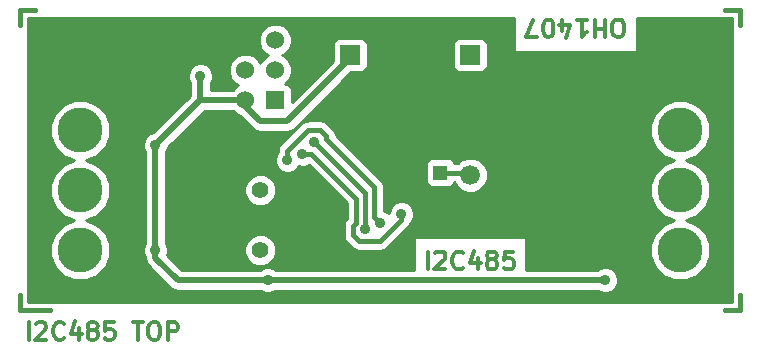
<source format=gbr>
G04 (created by PCBNEW (2013-07-07 BZR 4022)-stable) date 30.7.2014 9:50:12*
%MOIN*%
G04 Gerber Fmt 3.4, Leading zero omitted, Abs format*
%FSLAX34Y34*%
G01*
G70*
G90*
G04 APERTURE LIST*
%ADD10C,0.00590551*%
%ADD11C,0.011811*%
%ADD12R,0.06X0.06*%
%ADD13C,0.06*%
%ADD14C,0.056*%
%ADD15R,0.065X0.065*%
%ADD16C,0.065*%
%ADD17C,0.15*%
%ADD18R,0.15X0.15*%
%ADD19C,0.066*%
%ADD20R,0.0472X0.0472*%
%ADD21C,0.0393701*%
%ADD22C,0.035*%
%ADD23C,0.015*%
%ADD24C,0.02*%
%ADD25C,0.01*%
G04 APERTURE END LIST*
G54D10*
G54D11*
X11775Y-20989D02*
X11775Y-20398D01*
X12028Y-20454D02*
X12056Y-20426D01*
X12112Y-20398D01*
X12253Y-20398D01*
X12309Y-20426D01*
X12337Y-20454D01*
X12365Y-20510D01*
X12365Y-20567D01*
X12337Y-20651D01*
X12000Y-20989D01*
X12365Y-20989D01*
X12956Y-20932D02*
X12928Y-20960D01*
X12843Y-20989D01*
X12787Y-20989D01*
X12703Y-20960D01*
X12647Y-20904D01*
X12618Y-20848D01*
X12590Y-20735D01*
X12590Y-20651D01*
X12618Y-20539D01*
X12647Y-20482D01*
X12703Y-20426D01*
X12787Y-20398D01*
X12843Y-20398D01*
X12928Y-20426D01*
X12956Y-20454D01*
X13462Y-20595D02*
X13462Y-20989D01*
X13321Y-20370D02*
X13181Y-20792D01*
X13546Y-20792D01*
X13856Y-20651D02*
X13800Y-20623D01*
X13771Y-20595D01*
X13743Y-20539D01*
X13743Y-20510D01*
X13771Y-20454D01*
X13800Y-20426D01*
X13856Y-20398D01*
X13968Y-20398D01*
X14025Y-20426D01*
X14053Y-20454D01*
X14081Y-20510D01*
X14081Y-20539D01*
X14053Y-20595D01*
X14025Y-20623D01*
X13968Y-20651D01*
X13856Y-20651D01*
X13800Y-20679D01*
X13771Y-20707D01*
X13743Y-20764D01*
X13743Y-20876D01*
X13771Y-20932D01*
X13800Y-20960D01*
X13856Y-20989D01*
X13968Y-20989D01*
X14025Y-20960D01*
X14053Y-20932D01*
X14081Y-20876D01*
X14081Y-20764D01*
X14053Y-20707D01*
X14025Y-20679D01*
X13968Y-20651D01*
X14615Y-20398D02*
X14334Y-20398D01*
X14306Y-20679D01*
X14334Y-20651D01*
X14390Y-20623D01*
X14531Y-20623D01*
X14587Y-20651D01*
X14615Y-20679D01*
X14643Y-20735D01*
X14643Y-20876D01*
X14615Y-20932D01*
X14587Y-20960D01*
X14531Y-20989D01*
X14390Y-20989D01*
X14334Y-20960D01*
X14306Y-20932D01*
X15262Y-20398D02*
X15599Y-20398D01*
X15431Y-20989D02*
X15431Y-20398D01*
X15909Y-20398D02*
X16021Y-20398D01*
X16077Y-20426D01*
X16134Y-20482D01*
X16162Y-20595D01*
X16162Y-20792D01*
X16134Y-20904D01*
X16077Y-20960D01*
X16021Y-20989D01*
X15909Y-20989D01*
X15852Y-20960D01*
X15796Y-20904D01*
X15768Y-20792D01*
X15768Y-20595D01*
X15796Y-20482D01*
X15852Y-20426D01*
X15909Y-20398D01*
X16415Y-20989D02*
X16415Y-20398D01*
X16640Y-20398D01*
X16696Y-20426D01*
X16724Y-20454D01*
X16752Y-20510D01*
X16752Y-20595D01*
X16724Y-20651D01*
X16696Y-20679D01*
X16640Y-20707D01*
X16415Y-20707D01*
X25079Y-18639D02*
X25079Y-18048D01*
X25332Y-18104D02*
X25361Y-18076D01*
X25417Y-18048D01*
X25557Y-18048D01*
X25614Y-18076D01*
X25642Y-18104D01*
X25670Y-18160D01*
X25670Y-18217D01*
X25642Y-18301D01*
X25304Y-18639D01*
X25670Y-18639D01*
X26260Y-18582D02*
X26232Y-18610D01*
X26148Y-18639D01*
X26092Y-18639D01*
X26007Y-18610D01*
X25951Y-18554D01*
X25923Y-18498D01*
X25895Y-18385D01*
X25895Y-18301D01*
X25923Y-18189D01*
X25951Y-18132D01*
X26007Y-18076D01*
X26092Y-18048D01*
X26148Y-18048D01*
X26232Y-18076D01*
X26260Y-18104D01*
X26767Y-18245D02*
X26767Y-18639D01*
X26626Y-18020D02*
X26485Y-18442D01*
X26851Y-18442D01*
X27160Y-18301D02*
X27104Y-18273D01*
X27076Y-18245D01*
X27048Y-18189D01*
X27048Y-18160D01*
X27076Y-18104D01*
X27104Y-18076D01*
X27160Y-18048D01*
X27273Y-18048D01*
X27329Y-18076D01*
X27357Y-18104D01*
X27385Y-18160D01*
X27385Y-18189D01*
X27357Y-18245D01*
X27329Y-18273D01*
X27273Y-18301D01*
X27160Y-18301D01*
X27104Y-18329D01*
X27076Y-18357D01*
X27048Y-18414D01*
X27048Y-18526D01*
X27076Y-18582D01*
X27104Y-18610D01*
X27160Y-18639D01*
X27273Y-18639D01*
X27329Y-18610D01*
X27357Y-18582D01*
X27385Y-18526D01*
X27385Y-18414D01*
X27357Y-18357D01*
X27329Y-18329D01*
X27273Y-18301D01*
X27920Y-18048D02*
X27638Y-18048D01*
X27610Y-18329D01*
X27638Y-18301D01*
X27695Y-18273D01*
X27835Y-18273D01*
X27892Y-18301D01*
X27920Y-18329D01*
X27948Y-18385D01*
X27948Y-18526D01*
X27920Y-18582D01*
X27892Y-18610D01*
X27835Y-18639D01*
X27695Y-18639D01*
X27638Y-18610D01*
X27610Y-18582D01*
X31490Y-10901D02*
X31377Y-10901D01*
X31321Y-10873D01*
X31265Y-10817D01*
X31237Y-10704D01*
X31237Y-10507D01*
X31265Y-10395D01*
X31321Y-10339D01*
X31377Y-10310D01*
X31490Y-10310D01*
X31546Y-10339D01*
X31602Y-10395D01*
X31631Y-10507D01*
X31631Y-10704D01*
X31602Y-10817D01*
X31546Y-10873D01*
X31490Y-10901D01*
X30984Y-10310D02*
X30984Y-10901D01*
X30984Y-10620D02*
X30646Y-10620D01*
X30646Y-10310D02*
X30646Y-10901D01*
X30056Y-10310D02*
X30393Y-10310D01*
X30224Y-10310D02*
X30224Y-10901D01*
X30281Y-10817D01*
X30337Y-10760D01*
X30393Y-10732D01*
X29550Y-10704D02*
X29550Y-10310D01*
X29690Y-10929D02*
X29831Y-10507D01*
X29465Y-10507D01*
X29128Y-10901D02*
X29071Y-10901D01*
X29015Y-10873D01*
X28987Y-10845D01*
X28959Y-10789D01*
X28931Y-10676D01*
X28931Y-10535D01*
X28959Y-10423D01*
X28987Y-10367D01*
X29015Y-10339D01*
X29071Y-10310D01*
X29128Y-10310D01*
X29184Y-10339D01*
X29212Y-10367D01*
X29240Y-10423D01*
X29268Y-10535D01*
X29268Y-10676D01*
X29240Y-10789D01*
X29212Y-10845D01*
X29184Y-10873D01*
X29128Y-10901D01*
X28734Y-10901D02*
X28340Y-10901D01*
X28593Y-10310D01*
G54D12*
X20000Y-13000D03*
G54D13*
X19000Y-13000D03*
X20000Y-12000D03*
X19000Y-12000D03*
X20000Y-11000D03*
X19000Y-11000D03*
G54D14*
X19500Y-16000D03*
X19500Y-18000D03*
G54D15*
X26500Y-11500D03*
G54D16*
X26500Y-12500D03*
G54D15*
X22500Y-11500D03*
G54D16*
X22500Y-12500D03*
G54D17*
X13500Y-14000D03*
X13500Y-16000D03*
G54D18*
X13500Y-12000D03*
G54D17*
X13500Y-18000D03*
X33500Y-14000D03*
X33500Y-16000D03*
G54D18*
X33500Y-12000D03*
G54D17*
X33500Y-18000D03*
G54D19*
X26500Y-15500D03*
X26500Y-14500D03*
G54D20*
X25500Y-15413D03*
X25500Y-14587D03*
G54D21*
X34750Y-19250D03*
X30250Y-17500D03*
X32250Y-14000D03*
X34750Y-10750D03*
X21000Y-10750D03*
X16750Y-12750D03*
X16750Y-16250D03*
X18750Y-15500D03*
X18750Y-18500D03*
X14500Y-17000D03*
X14500Y-14750D03*
X12250Y-10750D03*
X12250Y-19250D03*
X15000Y-10750D03*
G54D22*
X23000Y-17300D03*
X21300Y-14400D03*
X24200Y-16800D03*
X20900Y-14800D03*
X23500Y-17100D03*
X20400Y-15000D03*
X17500Y-12200D03*
X31000Y-19000D03*
X19750Y-19000D03*
X16000Y-18000D03*
X16000Y-14500D03*
G54D23*
X11500Y-10500D02*
X11500Y-10250D01*
X11500Y-10000D02*
X12000Y-10000D01*
X11500Y-10250D02*
X11500Y-10000D01*
X35500Y-10500D02*
X35500Y-10000D01*
X35500Y-10000D02*
X35000Y-10000D01*
X35000Y-20000D02*
X35500Y-20000D01*
X35500Y-20000D02*
X35500Y-19500D01*
X11500Y-19500D02*
X11500Y-20000D01*
X11500Y-20000D02*
X12500Y-20000D01*
X26413Y-14587D02*
X26500Y-14500D01*
X25500Y-15413D02*
X26413Y-15413D01*
X26413Y-15413D02*
X26500Y-15500D01*
X23000Y-16100D02*
X23000Y-17300D01*
X21300Y-14400D02*
X23000Y-16100D01*
X24200Y-17000D02*
X24200Y-16800D01*
X23500Y-17700D02*
X24200Y-17000D01*
X22800Y-17700D02*
X23500Y-17700D01*
X22600Y-17500D02*
X22800Y-17700D01*
X22600Y-17200D02*
X22600Y-17500D01*
X22700Y-17100D02*
X22600Y-17200D01*
X22700Y-16300D02*
X22700Y-17100D01*
X21200Y-14800D02*
X22700Y-16300D01*
X20900Y-14800D02*
X21200Y-14800D01*
X23500Y-17100D02*
X23300Y-16900D01*
X23300Y-16900D02*
X23300Y-15900D01*
X23300Y-15900D02*
X21700Y-14300D01*
X21700Y-14300D02*
X21700Y-14200D01*
X21700Y-14200D02*
X21500Y-14000D01*
X21500Y-14000D02*
X21100Y-14000D01*
X21100Y-14000D02*
X20400Y-14700D01*
X20400Y-14700D02*
X20400Y-15000D01*
G54D24*
X19750Y-19000D02*
X20750Y-19000D01*
X17500Y-12200D02*
X17500Y-13000D01*
X31000Y-19000D02*
X20750Y-19000D01*
X20750Y-19000D02*
X20250Y-19000D01*
X16000Y-18250D02*
X16000Y-18000D01*
X16750Y-19000D02*
X16000Y-18250D01*
X19750Y-19000D02*
X16750Y-19000D01*
X16000Y-18000D02*
X16000Y-14500D01*
X17500Y-13000D02*
X19000Y-13000D01*
X16000Y-14500D02*
X17500Y-13000D01*
X19000Y-13000D02*
X19000Y-13200D01*
X22500Y-11600D02*
X22500Y-11500D01*
X20400Y-13700D02*
X22500Y-11600D01*
X19500Y-13700D02*
X20400Y-13700D01*
X19000Y-13200D02*
X19500Y-13700D01*
G54D10*
G36*
X35230Y-19730D02*
X34500Y-19730D01*
X34500Y-17801D01*
X34348Y-17434D01*
X34067Y-17152D01*
X33699Y-17000D01*
X33698Y-17000D01*
X34065Y-16848D01*
X34347Y-16567D01*
X34499Y-16199D01*
X34500Y-15801D01*
X34348Y-15434D01*
X34067Y-15152D01*
X33699Y-15000D01*
X33698Y-15000D01*
X34065Y-14848D01*
X34347Y-14567D01*
X34499Y-14199D01*
X34500Y-13801D01*
X34348Y-13434D01*
X34067Y-13152D01*
X33699Y-13000D01*
X33301Y-12999D01*
X32934Y-13151D01*
X32652Y-13432D01*
X32500Y-13800D01*
X32499Y-14198D01*
X32651Y-14565D01*
X32932Y-14847D01*
X33300Y-14999D01*
X33301Y-14999D01*
X32934Y-15151D01*
X32652Y-15432D01*
X32500Y-15800D01*
X32499Y-16198D01*
X32651Y-16565D01*
X32932Y-16847D01*
X33300Y-16999D01*
X33301Y-16999D01*
X32934Y-17151D01*
X32652Y-17432D01*
X32500Y-17800D01*
X32499Y-18198D01*
X32651Y-18565D01*
X32932Y-18847D01*
X33300Y-18999D01*
X33698Y-19000D01*
X34065Y-18848D01*
X34347Y-18567D01*
X34499Y-18199D01*
X34500Y-17801D01*
X34500Y-19730D01*
X31425Y-19730D01*
X31425Y-18915D01*
X31360Y-18759D01*
X31241Y-18639D01*
X31084Y-18575D01*
X30915Y-18574D01*
X30759Y-18639D01*
X30749Y-18650D01*
X28369Y-18650D01*
X28369Y-17559D01*
X27080Y-17559D01*
X27080Y-15385D01*
X27075Y-15372D01*
X27075Y-11775D01*
X27075Y-11125D01*
X27037Y-11033D01*
X26966Y-10963D01*
X26874Y-10925D01*
X26775Y-10924D01*
X26125Y-10924D01*
X26033Y-10962D01*
X25963Y-11033D01*
X25925Y-11125D01*
X25924Y-11224D01*
X25924Y-11874D01*
X25962Y-11966D01*
X26033Y-12036D01*
X26125Y-12074D01*
X26224Y-12075D01*
X26874Y-12075D01*
X26966Y-12037D01*
X27036Y-11966D01*
X27074Y-11874D01*
X27075Y-11775D01*
X27075Y-15372D01*
X26991Y-15171D01*
X26828Y-15008D01*
X26615Y-14920D01*
X26385Y-14919D01*
X26171Y-15008D01*
X26091Y-15088D01*
X25969Y-15088D01*
X25948Y-15035D01*
X25877Y-14965D01*
X25785Y-14927D01*
X25686Y-14926D01*
X25214Y-14926D01*
X25122Y-14964D01*
X25052Y-15035D01*
X25014Y-15127D01*
X25013Y-15226D01*
X25013Y-15698D01*
X25051Y-15790D01*
X25122Y-15860D01*
X25214Y-15898D01*
X25313Y-15899D01*
X25785Y-15899D01*
X25877Y-15861D01*
X25947Y-15790D01*
X25969Y-15738D01*
X25970Y-15738D01*
X26008Y-15828D01*
X26171Y-15991D01*
X26384Y-16079D01*
X26614Y-16080D01*
X26828Y-15991D01*
X26991Y-15828D01*
X27079Y-15615D01*
X27080Y-15385D01*
X27080Y-17559D01*
X24630Y-17559D01*
X24630Y-18650D01*
X24625Y-18650D01*
X24625Y-16715D01*
X24560Y-16559D01*
X24441Y-16439D01*
X24284Y-16375D01*
X24115Y-16374D01*
X23959Y-16439D01*
X23839Y-16558D01*
X23775Y-16715D01*
X23775Y-16773D01*
X23741Y-16739D01*
X23625Y-16691D01*
X23625Y-15900D01*
X23624Y-15899D01*
X23625Y-15899D01*
X23620Y-15875D01*
X23600Y-15775D01*
X23600Y-15775D01*
X23529Y-15670D01*
X23529Y-15670D01*
X22016Y-14156D01*
X22000Y-14075D01*
X22000Y-14075D01*
X21929Y-13970D01*
X21929Y-13970D01*
X21729Y-13770D01*
X21624Y-13699D01*
X21500Y-13675D01*
X21100Y-13675D01*
X21099Y-13675D01*
X21075Y-13679D01*
X20975Y-13699D01*
X20870Y-13770D01*
X20870Y-13770D01*
X20170Y-14470D01*
X20099Y-14575D01*
X20075Y-14700D01*
X20075Y-14723D01*
X20039Y-14758D01*
X19975Y-14915D01*
X19974Y-15084D01*
X20039Y-15240D01*
X20158Y-15360D01*
X20315Y-15424D01*
X20484Y-15425D01*
X20640Y-15360D01*
X20760Y-15241D01*
X20773Y-15207D01*
X20815Y-15224D01*
X20984Y-15225D01*
X21112Y-15172D01*
X22375Y-16434D01*
X22375Y-16965D01*
X22370Y-16970D01*
X22299Y-17075D01*
X22275Y-17200D01*
X22275Y-17500D01*
X22299Y-17624D01*
X22370Y-17729D01*
X22570Y-17929D01*
X22570Y-17929D01*
X22675Y-18000D01*
X22675Y-18000D01*
X22800Y-18025D01*
X23500Y-18025D01*
X23624Y-18000D01*
X23624Y-18000D01*
X23729Y-17929D01*
X24429Y-17229D01*
X24429Y-17229D01*
X24429Y-17229D01*
X24500Y-17124D01*
X24500Y-17124D01*
X24506Y-17094D01*
X24506Y-17094D01*
X24560Y-17041D01*
X24624Y-16884D01*
X24625Y-16715D01*
X24625Y-18650D01*
X20750Y-18650D01*
X20250Y-18650D01*
X20030Y-18650D01*
X20030Y-17895D01*
X20030Y-15895D01*
X19949Y-15700D01*
X19800Y-15550D01*
X19605Y-15470D01*
X19395Y-15469D01*
X19200Y-15550D01*
X19050Y-15699D01*
X18970Y-15894D01*
X18969Y-16104D01*
X19050Y-16299D01*
X19199Y-16449D01*
X19394Y-16529D01*
X19604Y-16530D01*
X19799Y-16449D01*
X19949Y-16300D01*
X20029Y-16105D01*
X20030Y-15895D01*
X20030Y-17895D01*
X19949Y-17700D01*
X19800Y-17550D01*
X19605Y-17470D01*
X19395Y-17469D01*
X19200Y-17550D01*
X19050Y-17699D01*
X18970Y-17894D01*
X18969Y-18104D01*
X19050Y-18299D01*
X19199Y-18449D01*
X19394Y-18529D01*
X19604Y-18530D01*
X19799Y-18449D01*
X19949Y-18300D01*
X20029Y-18105D01*
X20030Y-17895D01*
X20030Y-18650D01*
X20001Y-18650D01*
X19991Y-18639D01*
X19834Y-18575D01*
X19665Y-18574D01*
X19509Y-18639D01*
X19499Y-18650D01*
X16894Y-18650D01*
X16397Y-18152D01*
X16424Y-18084D01*
X16425Y-17915D01*
X16360Y-17759D01*
X16350Y-17749D01*
X16350Y-14751D01*
X16360Y-14741D01*
X16424Y-14584D01*
X16424Y-14570D01*
X17644Y-13350D01*
X18572Y-13350D01*
X18688Y-13465D01*
X18829Y-13524D01*
X19252Y-13947D01*
X19366Y-14023D01*
X19366Y-14023D01*
X19500Y-14050D01*
X20400Y-14050D01*
X20533Y-14023D01*
X20533Y-14023D01*
X20647Y-13947D01*
X22519Y-12075D01*
X22874Y-12075D01*
X22966Y-12037D01*
X23036Y-11966D01*
X23074Y-11874D01*
X23075Y-11775D01*
X23075Y-11125D01*
X23037Y-11033D01*
X22966Y-10963D01*
X22874Y-10925D01*
X22775Y-10924D01*
X22125Y-10924D01*
X22033Y-10962D01*
X21963Y-11033D01*
X21925Y-11125D01*
X21924Y-11224D01*
X21924Y-11680D01*
X20550Y-13054D01*
X20550Y-12650D01*
X20512Y-12558D01*
X20441Y-12488D01*
X20349Y-12450D01*
X20327Y-12450D01*
X20465Y-12311D01*
X20549Y-12109D01*
X20550Y-11891D01*
X20466Y-11688D01*
X20311Y-11534D01*
X20230Y-11500D01*
X20311Y-11466D01*
X20465Y-11311D01*
X20549Y-11109D01*
X20550Y-10891D01*
X20466Y-10688D01*
X20311Y-10534D01*
X20109Y-10450D01*
X19891Y-10449D01*
X19688Y-10533D01*
X19534Y-10688D01*
X19450Y-10890D01*
X19449Y-11108D01*
X19533Y-11311D01*
X19688Y-11465D01*
X19769Y-11499D01*
X19688Y-11533D01*
X19534Y-11688D01*
X19500Y-11769D01*
X19466Y-11688D01*
X19311Y-11534D01*
X19109Y-11450D01*
X18891Y-11449D01*
X18688Y-11533D01*
X18534Y-11688D01*
X18450Y-11890D01*
X18449Y-12108D01*
X18533Y-12311D01*
X18688Y-12465D01*
X18769Y-12499D01*
X18688Y-12533D01*
X18572Y-12650D01*
X17850Y-12650D01*
X17850Y-12451D01*
X17860Y-12441D01*
X17924Y-12284D01*
X17925Y-12115D01*
X17860Y-11959D01*
X17741Y-11839D01*
X17584Y-11775D01*
X17415Y-11774D01*
X17259Y-11839D01*
X17139Y-11958D01*
X17075Y-12115D01*
X17074Y-12284D01*
X17139Y-12440D01*
X17150Y-12450D01*
X17150Y-12855D01*
X15930Y-14074D01*
X15915Y-14074D01*
X15759Y-14139D01*
X15639Y-14258D01*
X15575Y-14415D01*
X15574Y-14584D01*
X15639Y-14740D01*
X15650Y-14750D01*
X15650Y-17748D01*
X15639Y-17758D01*
X15575Y-17915D01*
X15574Y-18084D01*
X15639Y-18240D01*
X15650Y-18251D01*
X15676Y-18383D01*
X15752Y-18497D01*
X16502Y-19247D01*
X16502Y-19247D01*
X16616Y-19323D01*
X16749Y-19350D01*
X16749Y-19349D01*
X16750Y-19350D01*
X19498Y-19350D01*
X19508Y-19360D01*
X19665Y-19424D01*
X19834Y-19425D01*
X19990Y-19360D01*
X20000Y-19350D01*
X20250Y-19350D01*
X20750Y-19350D01*
X30748Y-19350D01*
X30758Y-19360D01*
X30915Y-19424D01*
X31084Y-19425D01*
X31240Y-19360D01*
X31360Y-19241D01*
X31424Y-19084D01*
X31425Y-18915D01*
X31425Y-19730D01*
X14500Y-19730D01*
X14500Y-17801D01*
X14348Y-17434D01*
X14067Y-17152D01*
X13699Y-17000D01*
X13698Y-17000D01*
X14065Y-16848D01*
X14347Y-16567D01*
X14499Y-16199D01*
X14500Y-15801D01*
X14348Y-15434D01*
X14067Y-15152D01*
X13699Y-15000D01*
X13698Y-15000D01*
X14065Y-14848D01*
X14347Y-14567D01*
X14499Y-14199D01*
X14500Y-13801D01*
X14348Y-13434D01*
X14067Y-13152D01*
X13699Y-13000D01*
X13301Y-12999D01*
X12934Y-13151D01*
X12652Y-13432D01*
X12500Y-13800D01*
X12499Y-14198D01*
X12651Y-14565D01*
X12932Y-14847D01*
X13300Y-14999D01*
X13301Y-14999D01*
X12934Y-15151D01*
X12652Y-15432D01*
X12500Y-15800D01*
X12499Y-16198D01*
X12651Y-16565D01*
X12932Y-16847D01*
X13300Y-16999D01*
X13301Y-16999D01*
X12934Y-17151D01*
X12652Y-17432D01*
X12500Y-17800D01*
X12499Y-18198D01*
X12651Y-18565D01*
X12932Y-18847D01*
X13300Y-18999D01*
X13698Y-19000D01*
X14065Y-18848D01*
X14347Y-18567D01*
X14499Y-18199D01*
X14500Y-17801D01*
X14500Y-19730D01*
X12500Y-19730D01*
X12000Y-19730D01*
X11769Y-19730D01*
X11769Y-10269D01*
X27947Y-10269D01*
X27947Y-11390D01*
X32052Y-11390D01*
X32052Y-10269D01*
X34500Y-10269D01*
X35230Y-10269D01*
X35230Y-19730D01*
X35230Y-19730D01*
G37*
G54D25*
X35230Y-19730D02*
X34500Y-19730D01*
X34500Y-17801D01*
X34348Y-17434D01*
X34067Y-17152D01*
X33699Y-17000D01*
X33698Y-17000D01*
X34065Y-16848D01*
X34347Y-16567D01*
X34499Y-16199D01*
X34500Y-15801D01*
X34348Y-15434D01*
X34067Y-15152D01*
X33699Y-15000D01*
X33698Y-15000D01*
X34065Y-14848D01*
X34347Y-14567D01*
X34499Y-14199D01*
X34500Y-13801D01*
X34348Y-13434D01*
X34067Y-13152D01*
X33699Y-13000D01*
X33301Y-12999D01*
X32934Y-13151D01*
X32652Y-13432D01*
X32500Y-13800D01*
X32499Y-14198D01*
X32651Y-14565D01*
X32932Y-14847D01*
X33300Y-14999D01*
X33301Y-14999D01*
X32934Y-15151D01*
X32652Y-15432D01*
X32500Y-15800D01*
X32499Y-16198D01*
X32651Y-16565D01*
X32932Y-16847D01*
X33300Y-16999D01*
X33301Y-16999D01*
X32934Y-17151D01*
X32652Y-17432D01*
X32500Y-17800D01*
X32499Y-18198D01*
X32651Y-18565D01*
X32932Y-18847D01*
X33300Y-18999D01*
X33698Y-19000D01*
X34065Y-18848D01*
X34347Y-18567D01*
X34499Y-18199D01*
X34500Y-17801D01*
X34500Y-19730D01*
X31425Y-19730D01*
X31425Y-18915D01*
X31360Y-18759D01*
X31241Y-18639D01*
X31084Y-18575D01*
X30915Y-18574D01*
X30759Y-18639D01*
X30749Y-18650D01*
X28369Y-18650D01*
X28369Y-17559D01*
X27080Y-17559D01*
X27080Y-15385D01*
X27075Y-15372D01*
X27075Y-11775D01*
X27075Y-11125D01*
X27037Y-11033D01*
X26966Y-10963D01*
X26874Y-10925D01*
X26775Y-10924D01*
X26125Y-10924D01*
X26033Y-10962D01*
X25963Y-11033D01*
X25925Y-11125D01*
X25924Y-11224D01*
X25924Y-11874D01*
X25962Y-11966D01*
X26033Y-12036D01*
X26125Y-12074D01*
X26224Y-12075D01*
X26874Y-12075D01*
X26966Y-12037D01*
X27036Y-11966D01*
X27074Y-11874D01*
X27075Y-11775D01*
X27075Y-15372D01*
X26991Y-15171D01*
X26828Y-15008D01*
X26615Y-14920D01*
X26385Y-14919D01*
X26171Y-15008D01*
X26091Y-15088D01*
X25969Y-15088D01*
X25948Y-15035D01*
X25877Y-14965D01*
X25785Y-14927D01*
X25686Y-14926D01*
X25214Y-14926D01*
X25122Y-14964D01*
X25052Y-15035D01*
X25014Y-15127D01*
X25013Y-15226D01*
X25013Y-15698D01*
X25051Y-15790D01*
X25122Y-15860D01*
X25214Y-15898D01*
X25313Y-15899D01*
X25785Y-15899D01*
X25877Y-15861D01*
X25947Y-15790D01*
X25969Y-15738D01*
X25970Y-15738D01*
X26008Y-15828D01*
X26171Y-15991D01*
X26384Y-16079D01*
X26614Y-16080D01*
X26828Y-15991D01*
X26991Y-15828D01*
X27079Y-15615D01*
X27080Y-15385D01*
X27080Y-17559D01*
X24630Y-17559D01*
X24630Y-18650D01*
X24625Y-18650D01*
X24625Y-16715D01*
X24560Y-16559D01*
X24441Y-16439D01*
X24284Y-16375D01*
X24115Y-16374D01*
X23959Y-16439D01*
X23839Y-16558D01*
X23775Y-16715D01*
X23775Y-16773D01*
X23741Y-16739D01*
X23625Y-16691D01*
X23625Y-15900D01*
X23624Y-15899D01*
X23625Y-15899D01*
X23620Y-15875D01*
X23600Y-15775D01*
X23600Y-15775D01*
X23529Y-15670D01*
X23529Y-15670D01*
X22016Y-14156D01*
X22000Y-14075D01*
X22000Y-14075D01*
X21929Y-13970D01*
X21929Y-13970D01*
X21729Y-13770D01*
X21624Y-13699D01*
X21500Y-13675D01*
X21100Y-13675D01*
X21099Y-13675D01*
X21075Y-13679D01*
X20975Y-13699D01*
X20870Y-13770D01*
X20870Y-13770D01*
X20170Y-14470D01*
X20099Y-14575D01*
X20075Y-14700D01*
X20075Y-14723D01*
X20039Y-14758D01*
X19975Y-14915D01*
X19974Y-15084D01*
X20039Y-15240D01*
X20158Y-15360D01*
X20315Y-15424D01*
X20484Y-15425D01*
X20640Y-15360D01*
X20760Y-15241D01*
X20773Y-15207D01*
X20815Y-15224D01*
X20984Y-15225D01*
X21112Y-15172D01*
X22375Y-16434D01*
X22375Y-16965D01*
X22370Y-16970D01*
X22299Y-17075D01*
X22275Y-17200D01*
X22275Y-17500D01*
X22299Y-17624D01*
X22370Y-17729D01*
X22570Y-17929D01*
X22570Y-17929D01*
X22675Y-18000D01*
X22675Y-18000D01*
X22800Y-18025D01*
X23500Y-18025D01*
X23624Y-18000D01*
X23624Y-18000D01*
X23729Y-17929D01*
X24429Y-17229D01*
X24429Y-17229D01*
X24429Y-17229D01*
X24500Y-17124D01*
X24500Y-17124D01*
X24506Y-17094D01*
X24506Y-17094D01*
X24560Y-17041D01*
X24624Y-16884D01*
X24625Y-16715D01*
X24625Y-18650D01*
X20750Y-18650D01*
X20250Y-18650D01*
X20030Y-18650D01*
X20030Y-17895D01*
X20030Y-15895D01*
X19949Y-15700D01*
X19800Y-15550D01*
X19605Y-15470D01*
X19395Y-15469D01*
X19200Y-15550D01*
X19050Y-15699D01*
X18970Y-15894D01*
X18969Y-16104D01*
X19050Y-16299D01*
X19199Y-16449D01*
X19394Y-16529D01*
X19604Y-16530D01*
X19799Y-16449D01*
X19949Y-16300D01*
X20029Y-16105D01*
X20030Y-15895D01*
X20030Y-17895D01*
X19949Y-17700D01*
X19800Y-17550D01*
X19605Y-17470D01*
X19395Y-17469D01*
X19200Y-17550D01*
X19050Y-17699D01*
X18970Y-17894D01*
X18969Y-18104D01*
X19050Y-18299D01*
X19199Y-18449D01*
X19394Y-18529D01*
X19604Y-18530D01*
X19799Y-18449D01*
X19949Y-18300D01*
X20029Y-18105D01*
X20030Y-17895D01*
X20030Y-18650D01*
X20001Y-18650D01*
X19991Y-18639D01*
X19834Y-18575D01*
X19665Y-18574D01*
X19509Y-18639D01*
X19499Y-18650D01*
X16894Y-18650D01*
X16397Y-18152D01*
X16424Y-18084D01*
X16425Y-17915D01*
X16360Y-17759D01*
X16350Y-17749D01*
X16350Y-14751D01*
X16360Y-14741D01*
X16424Y-14584D01*
X16424Y-14570D01*
X17644Y-13350D01*
X18572Y-13350D01*
X18688Y-13465D01*
X18829Y-13524D01*
X19252Y-13947D01*
X19366Y-14023D01*
X19366Y-14023D01*
X19500Y-14050D01*
X20400Y-14050D01*
X20533Y-14023D01*
X20533Y-14023D01*
X20647Y-13947D01*
X22519Y-12075D01*
X22874Y-12075D01*
X22966Y-12037D01*
X23036Y-11966D01*
X23074Y-11874D01*
X23075Y-11775D01*
X23075Y-11125D01*
X23037Y-11033D01*
X22966Y-10963D01*
X22874Y-10925D01*
X22775Y-10924D01*
X22125Y-10924D01*
X22033Y-10962D01*
X21963Y-11033D01*
X21925Y-11125D01*
X21924Y-11224D01*
X21924Y-11680D01*
X20550Y-13054D01*
X20550Y-12650D01*
X20512Y-12558D01*
X20441Y-12488D01*
X20349Y-12450D01*
X20327Y-12450D01*
X20465Y-12311D01*
X20549Y-12109D01*
X20550Y-11891D01*
X20466Y-11688D01*
X20311Y-11534D01*
X20230Y-11500D01*
X20311Y-11466D01*
X20465Y-11311D01*
X20549Y-11109D01*
X20550Y-10891D01*
X20466Y-10688D01*
X20311Y-10534D01*
X20109Y-10450D01*
X19891Y-10449D01*
X19688Y-10533D01*
X19534Y-10688D01*
X19450Y-10890D01*
X19449Y-11108D01*
X19533Y-11311D01*
X19688Y-11465D01*
X19769Y-11499D01*
X19688Y-11533D01*
X19534Y-11688D01*
X19500Y-11769D01*
X19466Y-11688D01*
X19311Y-11534D01*
X19109Y-11450D01*
X18891Y-11449D01*
X18688Y-11533D01*
X18534Y-11688D01*
X18450Y-11890D01*
X18449Y-12108D01*
X18533Y-12311D01*
X18688Y-12465D01*
X18769Y-12499D01*
X18688Y-12533D01*
X18572Y-12650D01*
X17850Y-12650D01*
X17850Y-12451D01*
X17860Y-12441D01*
X17924Y-12284D01*
X17925Y-12115D01*
X17860Y-11959D01*
X17741Y-11839D01*
X17584Y-11775D01*
X17415Y-11774D01*
X17259Y-11839D01*
X17139Y-11958D01*
X17075Y-12115D01*
X17074Y-12284D01*
X17139Y-12440D01*
X17150Y-12450D01*
X17150Y-12855D01*
X15930Y-14074D01*
X15915Y-14074D01*
X15759Y-14139D01*
X15639Y-14258D01*
X15575Y-14415D01*
X15574Y-14584D01*
X15639Y-14740D01*
X15650Y-14750D01*
X15650Y-17748D01*
X15639Y-17758D01*
X15575Y-17915D01*
X15574Y-18084D01*
X15639Y-18240D01*
X15650Y-18251D01*
X15676Y-18383D01*
X15752Y-18497D01*
X16502Y-19247D01*
X16502Y-19247D01*
X16616Y-19323D01*
X16749Y-19350D01*
X16749Y-19349D01*
X16750Y-19350D01*
X19498Y-19350D01*
X19508Y-19360D01*
X19665Y-19424D01*
X19834Y-19425D01*
X19990Y-19360D01*
X20000Y-19350D01*
X20250Y-19350D01*
X20750Y-19350D01*
X30748Y-19350D01*
X30758Y-19360D01*
X30915Y-19424D01*
X31084Y-19425D01*
X31240Y-19360D01*
X31360Y-19241D01*
X31424Y-19084D01*
X31425Y-18915D01*
X31425Y-19730D01*
X14500Y-19730D01*
X14500Y-17801D01*
X14348Y-17434D01*
X14067Y-17152D01*
X13699Y-17000D01*
X13698Y-17000D01*
X14065Y-16848D01*
X14347Y-16567D01*
X14499Y-16199D01*
X14500Y-15801D01*
X14348Y-15434D01*
X14067Y-15152D01*
X13699Y-15000D01*
X13698Y-15000D01*
X14065Y-14848D01*
X14347Y-14567D01*
X14499Y-14199D01*
X14500Y-13801D01*
X14348Y-13434D01*
X14067Y-13152D01*
X13699Y-13000D01*
X13301Y-12999D01*
X12934Y-13151D01*
X12652Y-13432D01*
X12500Y-13800D01*
X12499Y-14198D01*
X12651Y-14565D01*
X12932Y-14847D01*
X13300Y-14999D01*
X13301Y-14999D01*
X12934Y-15151D01*
X12652Y-15432D01*
X12500Y-15800D01*
X12499Y-16198D01*
X12651Y-16565D01*
X12932Y-16847D01*
X13300Y-16999D01*
X13301Y-16999D01*
X12934Y-17151D01*
X12652Y-17432D01*
X12500Y-17800D01*
X12499Y-18198D01*
X12651Y-18565D01*
X12932Y-18847D01*
X13300Y-18999D01*
X13698Y-19000D01*
X14065Y-18848D01*
X14347Y-18567D01*
X14499Y-18199D01*
X14500Y-17801D01*
X14500Y-19730D01*
X12500Y-19730D01*
X12000Y-19730D01*
X11769Y-19730D01*
X11769Y-10269D01*
X27947Y-10269D01*
X27947Y-11390D01*
X32052Y-11390D01*
X32052Y-10269D01*
X34500Y-10269D01*
X35230Y-10269D01*
X35230Y-19730D01*
M02*

</source>
